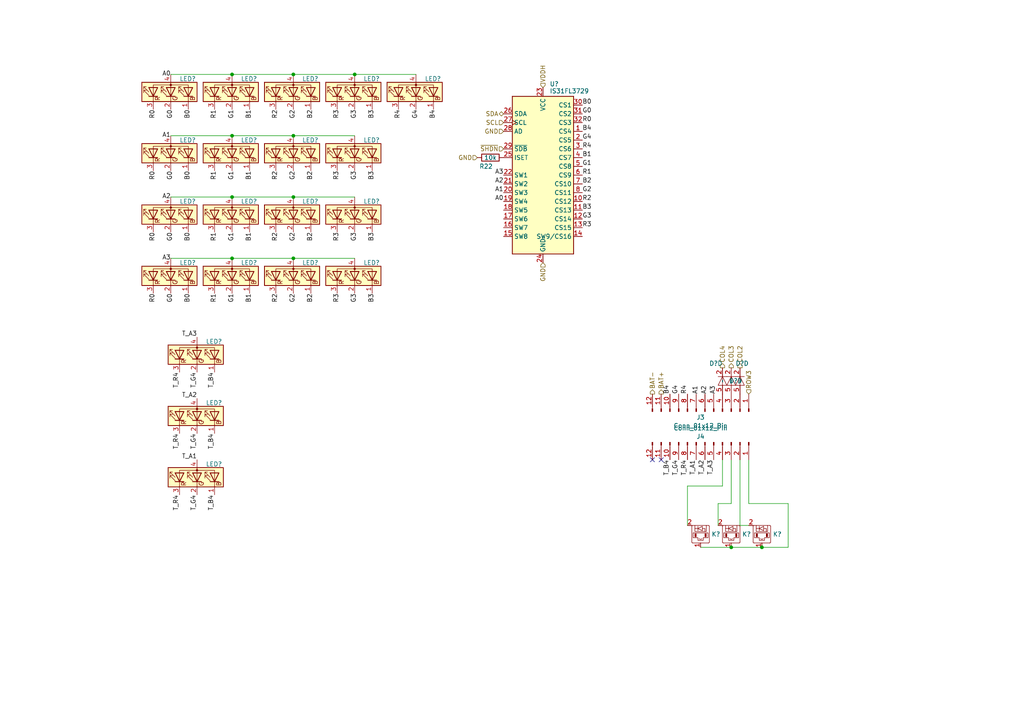
<source format=kicad_sch>
(kicad_sch (version 20230121) (generator eeschema)
  (paper "A4")
  (lib_symbols
    (symbol "Connector:Conn_01x12_Pin" (pin_names (offset 1.016) hide)
      (property "Reference" "J" (at 0 15.24 0))
      (property "Value" "Conn_01x12_Pin" (at 0 -17.78 0))
      (symbol "Conn_01x12_Pin_1_1"
        (polyline (pts (xy 1.27 -15.24) (xy 0.8636 -15.24)) (stroke (width 0.1524)))
        (polyline (pts (xy 1.27 -12.7) (xy 0.8636 -12.7)) (stroke (width 0.1524)))
        (polyline (pts (xy 1.27 -10.16) (xy 0.8636 -10.16)) (stroke (width 0.1524)))
        (polyline (pts (xy 1.27 -7.62) (xy 0.8636 -7.62)) (stroke (width 0.1524)))
        (polyline (pts (xy 1.27 -5.08) (xy 0.8636 -5.08)) (stroke (width 0.1524)))
        (polyline (pts (xy 1.27 -2.54) (xy 0.8636 -2.54)) (stroke (width 0.1524)))
        (polyline (pts (xy 1.27 0) (xy 0.8636 0)) (stroke (width 0.1524)))
        (polyline (pts (xy 1.27 2.54) (xy 0.8636 2.54)) (stroke (width 0.1524)))
        (polyline (pts (xy 1.27 5.08) (xy 0.8636 5.08)) (stroke (width 0.1524)))
        (polyline (pts (xy 1.27 7.62) (xy 0.8636 7.62)) (stroke (width 0.1524)))
        (polyline (pts (xy 1.27 10.16) (xy 0.8636 10.16)) (stroke (width 0.1524)))
        (polyline (pts (xy 1.27 12.7) (xy 0.8636 12.7)) (stroke (width 0.1524)))
        (rectangle (start 0.8636 -15.113) (end 0 -15.367) (stroke (width 0.1524)) (fill (type outline)))
        (rectangle (start 0.8636 -12.573) (end 0 -12.827) (stroke (width 0.1524)) (fill (type outline)))
        (rectangle (start 0.8636 -10.033) (end 0 -10.287) (stroke (width 0.1524)) (fill (type outline)))
        (rectangle (start 0.8636 -7.493) (end 0 -7.747) (stroke (width 0.1524)) (fill (type outline)))
        (rectangle (start 0.8636 -4.953) (end 0 -5.207) (stroke (width 0.1524)) (fill (type outline)))
        (rectangle (start 0.8636 -2.413) (end 0 -2.667) (stroke (width 0.1524)) (fill (type outline)))
        (rectangle (start 0.8636 0.127) (end 0 -0.127) (stroke (width 0.1524)) (fill (type outline)))
        (rectangle (start 0.8636 2.667) (end 0 2.413) (stroke (width 0.1524)) (fill (type outline)))
        (rectangle (start 0.8636 5.207) (end 0 4.953) (stroke (width 0.1524)) (fill (type outline)))
        (rectangle (start 0.8636 7.747) (end 0 7.493) (stroke (width 0.1524)) (fill (type outline)))
        (rectangle (start 0.8636 10.287) (end 0 10.033) (stroke (width 0.1524)) (fill (type outline)))
        (rectangle (start 0.8636 12.827) (end 0 12.573) (stroke (width 0.1524)) (fill (type outline)))
        (pin passive line (at 5.08 12.7 180) (length 3.81) (name "Pin_1") (number "1"))
        (pin passive line (at 5.08 -10.16 180) (length 3.81) (name "Pin_10") (number "10"))
        (pin passive line (at 5.08 -12.7 180) (length 3.81) (name "Pin_11") (number "11"))
        (pin passive line (at 5.08 -15.24 180) (length 3.81) (name "Pin_12") (number "12"))
        (pin passive line (at 5.08 10.16 180) (length 3.81) (name "Pin_2") (number "2"))
        (pin passive line (at 5.08 7.62 180) (length 3.81) (name "Pin_3") (number "3"))
        (pin passive line (at 5.08 5.08 180) (length 3.81) (name "Pin_4") (number "4"))
        (pin passive line (at 5.08 2.54 180) (length 3.81) (name "Pin_5") (number "5"))
        (pin passive line (at 5.08 0 180) (length 3.81) (name "Pin_6") (number "6"))
        (pin passive line (at 5.08 -2.54 180) (length 3.81) (name "Pin_7") (number "7"))
        (pin passive line (at 5.08 -5.08 180) (length 3.81) (name "Pin_8") (number "8"))
        (pin passive line (at 5.08 -7.62 180) (length 3.81) (name "Pin_9") (number "9"))
      )
    )
    (symbol "Device:LED_BGRA" (pin_names (offset 0) hide)
      (property "Reference" "D" (at 0 9.398 0))
      (property "Value" "LED_BGRA" (at 0 -8.89 0))
      (symbol "LED_BGRA_0_0"
        (text "B" (at -1.905 -6.35 0) (effects (font (size 1.27 1.27))))
        (text "G" (at -1.905 -1.27 0) (effects (font (size 1.27 1.27))))
        (text "R" (at -1.905 3.81 0) (effects (font (size 1.27 1.27))))
      )
      (symbol "LED_BGRA_0_1"
        (polyline (pts (xy -1.27 -5.08) (xy -2.54 -5.08)))
        (polyline (pts (xy -1.27 -5.08) (xy 1.27 -5.08)))
        (polyline (pts (xy -1.27 -3.81) (xy -1.27 -6.35)) (stroke (width 0.254)))
        (polyline (pts (xy -1.27 0) (xy -2.54 0)))
        (polyline (pts (xy -1.27 1.27) (xy -1.27 -1.27)) (stroke (width 0.254)))
        (polyline (pts (xy -1.27 5.08) (xy -2.54 5.08)))
        (polyline (pts (xy -1.27 5.08) (xy 1.27 5.08)))
        (polyline (pts (xy -1.27 6.35) (xy -1.27 3.81)) (stroke (width 0.254)))
        (polyline (pts (xy 1.27 0) (xy -1.27 0)))
        (polyline (pts (xy 1.27 0) (xy 2.54 0)))
        (polyline (pts (xy -1.27 1.27) (xy -1.27 -1.27) (xy -1.27 -1.27)))
        (polyline (pts (xy -1.27 6.35) (xy -1.27 3.81) (xy -1.27 3.81)))
        (polyline (pts (xy 1.27 -5.08) (xy 2.032 -5.08) (xy 2.032 5.08) (xy 1.27 5.08)))
        (polyline (pts (xy 1.27 -3.81) (xy 1.27 -6.35) (xy -1.27 -5.08) (xy 1.27 -3.81)) (stroke (width 0.254)))
        (polyline (pts (xy 1.27 1.27) (xy 1.27 -1.27) (xy -1.27 0) (xy 1.27 1.27)) (stroke (width 0.254)))
        (polyline (pts (xy 1.27 6.35) (xy 1.27 3.81) (xy -1.27 5.08) (xy 1.27 6.35)) (stroke (width 0.254)))
        (polyline (pts (xy -1.016 -3.81) (xy 0.508 -2.286) (xy -0.254 -2.286) (xy 0.508 -2.286) (xy 0.508 -3.048)))
        (polyline (pts (xy -1.016 1.27) (xy 0.508 2.794) (xy -0.254 2.794) (xy 0.508 2.794) (xy 0.508 2.032)))
        (polyline (pts (xy -1.016 6.35) (xy 0.508 7.874) (xy -0.254 7.874) (xy 0.508 7.874) (xy 0.508 7.112)))
        (polyline (pts (xy 0 -3.81) (xy 1.524 -2.286) (xy 0.762 -2.286) (xy 1.524 -2.286) (xy 1.524 -3.048)))
        (polyline (pts (xy 0 1.27) (xy 1.524 2.794) (xy 0.762 2.794) (xy 1.524 2.794) (xy 1.524 2.032)))
        (polyline (pts (xy 0 6.35) (xy 1.524 7.874) (xy 0.762 7.874) (xy 1.524 7.874) (xy 1.524 7.112)))
        (rectangle (start 1.27 -1.27) (end 1.27 1.27))
        (rectangle (start 1.27 1.27) (end 1.27 1.27))
        (rectangle (start 1.27 3.81) (end 1.27 6.35))
        (rectangle (start 1.27 6.35) (end 1.27 6.35))
        (circle (center 2.032 0) (radius 0.254) (fill (type outline)))
        (rectangle (start 2.794 8.382) (end -2.794 -7.62) (stroke (width 0.254)) (fill (type background)))
      )
      (symbol "LED_BGRA_1_1"
        (pin passive line (at -5.08 -5.08 0) (length 2.54) (name "BK") (number "1"))
        (pin passive line (at -5.08 0 0) (length 2.54) (name "GK") (number "2"))
        (pin passive line (at -5.08 5.08 0) (length 2.54) (name "RK") (number "3"))
        (pin passive line (at 5.08 0 180) (length 2.54) (name "A") (number "4"))
      )
    )
    (symbol "Device:R" (pin_numbers hide) (pin_names (offset 0))
      (property "Reference" "R" (at 2.032 0 90))
      (property "Value" "R" (at 0 0 90))
      (symbol "R_0_1"
        (rectangle (start -1.016 -2.54) (end 1.016 2.54) (stroke (width 0.254)))
      )
      (symbol "R_1_1"
        (pin passive line (at 0 3.81 270) (length 1.27) (name "~") (number "1"))
        (pin passive line (at 0 -3.81 90) (length 1.27) (name "~") (number "2"))
      )
    )
    (symbol "ic:IS31FL3729"
      (property "Reference" "U" (at -43.18 -45.72 0))
      (property "Value" "IS31FL3729" (at -43.18 -45.72 0))
      (symbol "IS31FL3729_0_1"
        (rectangle (start -8.89 21.59) (end 8.89 -24.13) (stroke (width 0.254)) (fill (type background)))
      )
      (symbol "IS31FL3729_1_1"
        (pin output line (at 11.43 11.43 180) (length 2.54) (name "CS4") (number "1"))
        (pin output line (at 11.43 -8.89 180) (length 2.54) (name "CS12") (number "10"))
        (pin output line (at 11.43 -11.43 180) (length 2.54) (name "CS13") (number "11"))
        (pin output line (at 11.43 -13.97 180) (length 2.54) (name "CS14") (number "12"))
        (pin output line (at 11.43 -16.51 180) (length 2.54) (name "CS15") (number "13"))
        (pin bidirectional line (at 11.43 -19.05 180) (length 2.54) (name "SW9/CS16") (number "14"))
        (pin input line (at -11.43 -19.05 0) (length 2.54) (name "SW8") (number "15"))
        (pin input line (at -11.43 -16.51 0) (length 2.54) (name "SW7") (number "16"))
        (pin input line (at -11.43 -13.97 0) (length 2.54) (name "SW6") (number "17"))
        (pin input line (at -11.43 -11.43 0) (length 2.54) (name "SW5") (number "18"))
        (pin input line (at -11.43 -8.89 0) (length 2.54) (name "SW4") (number "19"))
        (pin output line (at 11.43 8.89 180) (length 2.54) (name "CS5") (number "2"))
        (pin input line (at -11.43 -6.35 0) (length 2.54) (name "SW3") (number "20"))
        (pin input line (at -11.43 -3.81 0) (length 2.54) (name "SW2") (number "21"))
        (pin input line (at -11.43 -1.27 0) (length 2.54) (name "SW1") (number "22"))
        (pin power_in line (at 0 24.13 270) (length 2.54) (name "VCC") (number "23"))
        (pin passive line (at 0 -26.67 90) (length 2.54) (name "GND") (number "24"))
        (pin passive line (at -11.43 3.81 0) (length 2.54) (name "ISET") (number "25"))
        (pin bidirectional line (at -11.43 16.51 0) (length 2.54) (name "SDA") (number "26"))
        (pin input clock (at -11.43 13.97 0) (length 2.54) (name "SCL") (number "27"))
        (pin input line (at -11.43 11.43 0) (length 2.54) (name "AD") (number "28"))
        (pin input line (at -11.43 6.35 0) (length 2.54) (name "~{SDB}") (number "29"))
        (pin output line (at 11.43 6.35 180) (length 2.54) (name "CS6") (number "3"))
        (pin output line (at 11.43 19.05 180) (length 2.54) (name "CS1") (number "30"))
        (pin output line (at 11.43 16.51 180) (length 2.54) (name "CS2") (number "31"))
        (pin output line (at 11.43 13.97 180) (length 2.54) (name "CS3") (number "32"))
        (pin passive line (at 0 -26.67 90) (length 2.54) hide (name "GND") (number "33"))
        (pin output line (at 11.43 3.81 180) (length 2.54) (name "CS7") (number "4"))
        (pin output line (at 11.43 1.27 180) (length 2.54) (name "CS8") (number "5"))
        (pin output line (at 11.43 -1.27 180) (length 2.54) (name "CS9") (number "6"))
        (pin output line (at 11.43 -3.81 180) (length 2.54) (name "CS10") (number "7"))
        (pin output line (at 11.43 -6.35 180) (length 2.54) (name "CS11") (number "8"))
        (pin passive line (at 0 -26.67 90) (length 2.54) hide (name "GND") (number "9"))
      )
    )
    (symbol "misc:1SS309" (pin_names hide)
      (property "Reference" "D" (at 0 -2.54 0))
      (symbol "1SS309_0_1"
        (polyline (pts (xy -1.27 1.27) (xy -1.27 -1.27)))
        (polyline (pts (xy 1.27 0) (xy -1.27 0)))
        (polyline (pts (xy -1.27 0) (xy 1.27 1.27) (xy 1.27 -1.27) (xy -1.27 0)))
      )
      (symbol "1SS309_1_1"
        (pin passive line (at 3.81 0 180) (length 2.54) (name "A") (number "1"))
        (pin passive line (at -3.81 0 0) (length 2.54) (name "K") (number "2"))
      )
      (symbol "1SS309_2_1"
        (pin passive line (at -3.81 0 0) (length 2.54) (name "K") (number "2"))
        (pin passive line (at 3.81 0 180) (length 2.54) (name "A") (number "3"))
      )
      (symbol "1SS309_3_1"
        (pin passive line (at -3.81 0 0) (length 2.54) (name "K") (number "2"))
        (pin passive line (at 3.81 0 180) (length 2.54) (name "A") (number "4"))
      )
      (symbol "1SS309_4_1"
        (pin passive line (at -3.81 0 0) (length 2.54) (name "K") (number "2"))
        (pin passive line (at 3.81 0 180) (length 2.54) (name "A") (number "5"))
      )
    )
    (symbol "switch:diode-choc" (pin_names (offset 1.016))
      (property "Reference" "K" (at 0 3.81 0))
      (symbol "diode-choc_0_1"
        (arc (start -2.54 -2.286) (mid -2.4656 -2.4656) (end -2.286 -2.54))
        (arc (start -2.286 2.54) (mid -2.4656 2.4656) (end -2.54 2.286))
        (rectangle (start -1.651 0.127) (end -1.27 -0.762) (fill (type outline)))
        (arc (start -0.381 -1.27) (mid 0 -1.4739) (end 0.381 -1.27))
        (polyline (pts (xy -2.54 2.286) (xy -2.54 -2.286)))
        (polyline (pts (xy -2.286 -2.54) (xy 2.286 -2.54)))
        (polyline (pts (xy -2.286 2.54) (xy 2.286 2.54)))
        (polyline (pts (xy -1.651 1.651) (xy -0.762 1.651)))
        (polyline (pts (xy -0.762 2.286) (xy -0.762 1.016)))
        (polyline (pts (xy 2.54 -2.286) (xy 2.54 2.286)))
        (polyline (pts (xy 0.508 1.651) (xy 1.27 1.651) (xy 1.27 0.762)))
        (polyline (pts (xy -1.651 2.54) (xy -1.651 0.762) (xy 1.651 0.762) (xy 1.651 2.54)))
        (polyline (pts (xy -0.762 1.651) (xy 0.508 2.286) (xy 0.508 1.016) (xy -0.762 1.651)))
        (polyline (pts (xy -2.159 0.381) (xy -2.159 -1.016) (xy -0.762 -1.016) (xy -0.762 -1.778) (xy 0.762 -1.778) (xy 0.762 -1.016) (xy 2.159 -1.016) (xy 2.159 0.381) (xy -2.159 0.381)))
        (arc (start 2.286 -2.54) (mid 2.4656 -2.4656) (end 2.54 -2.286))
        (arc (start 2.54 2.286) (mid 2.4656 2.4656) (end 2.286 2.54))
      )
      (symbol "diode-choc_1_1"
        (rectangle (start 1.27 0.127) (end 1.651 -0.762) (fill (type outline)))
        (pin input line (at 0 -3.81 90) (length 1.27) (name "~") (number "1"))
        (pin output line (at -3.81 2.54 0) (length 1.27) (name "~") (number "2"))
      )
    )
  )
  (junction (at 85.09 39.37))
  (junction (at 85.09 57.15))
  (junction (at 67.31 21.59))
  (junction (at 85.09 21.59))
  (junction (at 220.98 158.75))
  (junction (at 85.09 74.93))
  (junction (at 67.31 74.93))
  (junction (at 102.87 21.59))
  (junction (at 212.09 158.75))
  (junction (at 67.31 39.37))
  (junction (at 67.31 57.15))
  (no_connect (at 189.23 133.35))
  (no_connect (at 191.77 133.35))
  (wire (pts (xy 212.09 146.05) (xy 208.28 146.05)))
  (wire (pts (xy 212.09 158.75) (xy 203.2 158.75)))
  (wire (pts (xy 67.31 39.37) (xy 85.09 39.37)))
  (wire (pts (xy 199.39 140.97) (xy 209.55 140.97)))
  (wire (pts (xy 85.09 74.93) (xy 102.87 74.93)))
  (wire (pts (xy 214.63 133.35) (xy 214.63 152.4)))
  (wire (pts (xy 67.31 21.59) (xy 85.09 21.59)))
  (wire (pts (xy 217.17 133.35) (xy 217.17 146.05)))
  (wire (pts (xy 49.53 57.15) (xy 67.31 57.15)))
  (wire (pts (xy 49.53 74.93) (xy 67.31 74.93)))
  (wire (pts (xy 67.31 57.15) (xy 85.09 57.15)))
  (wire (pts (xy 67.31 74.93) (xy 85.09 74.93)))
  (wire (pts (xy 209.55 140.97) (xy 209.55 133.35)))
  (wire (pts (xy 217.17 146.05) (xy 228.6 146.05)))
  (wire (pts (xy 85.09 39.37) (xy 102.87 39.37)))
  (wire (pts (xy 208.28 146.05) (xy 208.28 152.4)))
  (wire (pts (xy 85.09 21.59) (xy 102.87 21.59)))
  (wire (pts (xy 214.63 152.4) (xy 217.17 152.4)))
  (wire (pts (xy 85.09 57.15) (xy 102.87 57.15)))
  (wire (pts (xy 228.6 158.75) (xy 220.98 158.75)))
  (wire (pts (xy 49.53 21.59) (xy 67.31 21.59)))
  (wire (pts (xy 199.39 152.4) (xy 199.39 140.97)))
  (wire (pts (xy 212.09 133.35) (xy 212.09 146.05)))
  (wire (pts (xy 49.53 39.37) (xy 67.31 39.37)))
  (wire (pts (xy 228.6 146.05) (xy 228.6 158.75)))
  (wire (pts (xy 220.98 158.75) (xy 212.09 158.75)))
  (wire (pts (xy 102.87 21.59) (xy 120.65 21.59)))
  (label "R0" (at 44.45 49.53 270) (property "Intersheetrefs" "${INTERSHEET_REFS}" (effects hide)))
  (label "T_B4" (at 62.23 143.51 270))
  (label "T_R4" (at 199.39 133.35 270))
  (label "R1" (at 62.23 67.31 270) (property "Intersheetrefs" "${INTERSHEET_REFS}" (effects hide)))
  (label "A1" (at 201.93 114.3 90) (property "Intersheetrefs" "${INTERSHEET_REFS}" (effects hide)))
  (label "B4" (at 168.91 38.1 0) (property "Intersheetrefs" "${INTERSHEET_REFS}" (effects hide)))
  (label "G0" (at 49.53 49.53 270) (property "Intersheetrefs" "${INTERSHEET_REFS}" (effects hide)))
  (label "G3" (at 102.87 49.53 270) (property "Intersheetrefs" "${INTERSHEET_REFS}" (effects hide)))
  (label "G1" (at 168.91 48.26 0) (property "Intersheetrefs" "${INTERSHEET_REFS}" (effects hide)))
  (label "T_B4" (at 62.23 107.95 270))
  (label "T_R4" (at 52.07 107.95 270))
  (label "A2" (at 146.05 53.34 180) (property "Intersheetrefs" "${INTERSHEET_REFS}" (effects hide)))
  (label "G4" (at 196.85 114.3 90) (property "Intersheetrefs" "${INTERSHEET_REFS}" (effects hide)))
  (label "R2" (at 168.91 58.42 0) (property "Intersheetrefs" "${INTERSHEET_REFS}" (effects hide)))
  (label "T_A3" (at 57.15 97.79 180))
  (label "T_B4" (at 62.23 125.73 270))
  (label "B2" (at 90.17 31.75 270) (property "Intersheetrefs" "${INTERSHEET_REFS}" (effects hide)))
  (label "B1" (at 72.39 85.09 270) (property "Intersheetrefs" "${INTERSHEET_REFS}" (effects hide)))
  (label "G2" (at 85.09 67.31 270) (property "Intersheetrefs" "${INTERSHEET_REFS}" (effects hide)))
  (label "R0" (at 44.45 85.09 270) (property "Intersheetrefs" "${INTERSHEET_REFS}" (effects hide)))
  (label "G1" (at 67.31 67.31 270) (property "Intersheetrefs" "${INTERSHEET_REFS}" (effects hide)))
  (label "G2" (at 85.09 31.75 270) (property "Intersheetrefs" "${INTERSHEET_REFS}" (effects hide)))
  (label "A3" (at 146.05 50.8 180) (property "Intersheetrefs" "${INTERSHEET_REFS}" (effects hide)))
  (label "R1" (at 62.23 49.53 270) (property "Intersheetrefs" "${INTERSHEET_REFS}" (effects hide)))
  (label "G3" (at 168.91 63.5 0) (property "Intersheetrefs" "${INTERSHEET_REFS}" (effects hide)))
  (label "R1" (at 62.23 85.09 270) (property "Intersheetrefs" "${INTERSHEET_REFS}" (effects hide)))
  (label "B0" (at 54.61 49.53 270) (property "Intersheetrefs" "${INTERSHEET_REFS}" (effects hide)))
  (label "B0" (at 54.61 31.75 270) (property "Intersheetrefs" "${INTERSHEET_REFS}" (effects hide)))
  (label "R0" (at 44.45 67.31 270) (property "Intersheetrefs" "${INTERSHEET_REFS}" (effects hide)))
  (label "G2" (at 85.09 85.09 270) (property "Intersheetrefs" "${INTERSHEET_REFS}" (effects hide)))
  (label "R3" (at 97.79 31.75 270) (property "Intersheetrefs" "${INTERSHEET_REFS}" (effects hide)))
  (label "G4" (at 168.91 40.64 0) (property "Intersheetrefs" "${INTERSHEET_REFS}" (effects hide)))
  (label "G1" (at 67.31 31.75 270) (property "Intersheetrefs" "${INTERSHEET_REFS}" (effects hide)))
  (label "G0" (at 168.91 33.02 0) (property "Intersheetrefs" "${INTERSHEET_REFS}" (effects hide)))
  (label "G1" (at 67.31 85.09 270) (property "Intersheetrefs" "${INTERSHEET_REFS}" (effects hide)))
  (label "R2" (at 80.01 85.09 270) (property "Intersheetrefs" "${INTERSHEET_REFS}" (effects hide)))
  (label "T_R4" (at 52.07 125.73 270))
  (label "G3" (at 102.87 31.75 270) (property "Intersheetrefs" "${INTERSHEET_REFS}" (effects hide)))
  (label "B2" (at 168.91 53.34 0) (property "Intersheetrefs" "${INTERSHEET_REFS}" (effects hide)))
  (label "T_G4" (at 57.15 143.51 270))
  (label "A0" (at 49.53 21.59 180) (property "Intersheetrefs" "${INTERSHEET_REFS}" (effects hide)))
  (label "B3" (at 107.95 85.09 270) (property "Intersheetrefs" "${INTERSHEET_REFS}" (effects hide)))
  (label "R0" (at 168.91 35.56 0) (property "Intersheetrefs" "${INTERSHEET_REFS}" (effects hide)))
  (label "B1" (at 72.39 67.31 270) (property "Intersheetrefs" "${INTERSHEET_REFS}" (effects hide)))
  (label "G4" (at 120.65 31.75 270) (property "Intersheetrefs" "${INTERSHEET_REFS}" (effects hide)))
  (label "G2" (at 85.09 49.53 270) (property "Intersheetrefs" "${INTERSHEET_REFS}" (effects hide)))
  (label "A1" (at 49.53 39.37 180) (property "Intersheetrefs" "${INTERSHEET_REFS}" (effects hide)))
  (label "B3" (at 107.95 49.53 270) (property "Intersheetrefs" "${INTERSHEET_REFS}" (effects hide)))
  (label "T_B4" (at 194.31 133.35 270))
  (label "R1" (at 62.23 31.75 270) (property "Intersheetrefs" "${INTERSHEET_REFS}" (effects hide)))
  (label "G3" (at 102.87 85.09 270) (property "Intersheetrefs" "${INTERSHEET_REFS}" (effects hide)))
  (label "B2" (at 90.17 85.09 270) (property "Intersheetrefs" "${INTERSHEET_REFS}" (effects hide)))
  (label "T_G4" (at 196.85 133.35 270))
  (label "R2" (at 80.01 49.53 270) (property "Intersheetrefs" "${INTERSHEET_REFS}" (effects hide)))
  (label "T_A3" (at 207.01 133.35 270))
  (label "A0" (at 146.05 58.42 180) (property "Intersheetrefs" "${INTERSHEET_REFS}" (effects hide)))
  (label "T_A1" (at 201.93 133.35 270))
  (label "R4" (at 115.57 31.75 270) (property "Intersheetrefs" "${INTERSHEET_REFS}" (effects hide)))
  (label "B3" (at 107.95 31.75 270) (property "Intersheetrefs" "${INTERSHEET_REFS}" (effects hide)))
  (label "R2" (at 80.01 31.75 270) (property "Intersheetrefs" "${INTERSHEET_REFS}" (effects hide)))
  (label "T_G4" (at 57.15 125.73 270))
  (label "R4" (at 168.91 43.18 0) (property "Intersheetrefs" "${INTERSHEET_REFS}" (effects hide)))
  (label "R3" (at 97.79 67.31 270) (property "Intersheetrefs" "${INTERSHEET_REFS}" (effects hide)))
  (label "B3" (at 168.91 60.96 0) (property "Intersheetrefs" "${INTERSHEET_REFS}" (effects hide)))
  (label "A2" (at 49.53 57.15 180) (property "Intersheetrefs" "${INTERSHEET_REFS}" (effects hide)))
  (label "B0" (at 54.61 67.31 270) (property "Intersheetrefs" "${INTERSHEET_REFS}" (effects hide)))
  (label "B0" (at 54.61 85.09 270) (property "Intersheetrefs" "${INTERSHEET_REFS}" (effects hide)))
  (label "R3" (at 168.91 66.04 0) (property "Intersheetrefs" "${INTERSHEET_REFS}" (effects hide)))
  (label "B3" (at 107.95 67.31 270))
  (label "G1" (at 67.31 49.53 270) (property "Intersheetrefs" "${INTERSHEET_REFS}" (effects hide)))
  (label "T_A1" (at 57.15 133.35 180))
  (label "R2" (at 80.01 67.31 270) (property "Intersheetrefs" "${INTERSHEET_REFS}" (effects hide)))
  (label "B1" (at 72.39 49.53 270) (property "Intersheetrefs" "${INTERSHEET_REFS}" (effects hide)))
  (label "G0" (at 49.53 85.09 270) (property "Intersheetrefs" "${INTERSHEET_REFS}" (effects hide)))
  (label "T_A2" (at 204.47 133.35 270))
  (label "T_R4" (at 52.07 143.51 270))
  (label "A2" (at 204.47 114.3 90) (property "Intersheetrefs" "${INTERSHEET_REFS}" (effects hide)))
  (label "B2" (at 90.17 49.53 270) (property "Intersheetrefs" "${INTERSHEET_REFS}" (effects hide)))
  (label "G2" (at 168.91 55.88 0) (property "Intersheetrefs" "${INTERSHEET_REFS}" (effects hide)))
  (label "R0" (at 44.45 31.75 270) (property "Intersheetrefs" "${INTERSHEET_REFS}" (effects hide)))
  (label "A3" (at 49.53 74.93 180) (property "Intersheetrefs" "${INTERSHEET_REFS}" (effects hide)))
  (label "B4" (at 194.31 114.3 90) (property "Intersheetrefs" "${INTERSHEET_REFS}" (effects hide)))
  (label "T_G4" (at 57.15 107.95 270))
  (label "B1" (at 168.91 45.72 0) (property "Intersheetrefs" "${INTERSHEET_REFS}" (effects hide)))
  (label "T_A2" (at 57.15 115.57 180))
  (label "G0" (at 49.53 67.31 270) (property "Intersheetrefs" "${INTERSHEET_REFS}" (effects hide)))
  (label "G3" (at 102.87 67.31 270) (property "Intersheetrefs" "${INTERSHEET_REFS}" (effects hide)))
  (label "A3" (at 207.01 114.3 90) (property "Intersheetrefs" "${INTERSHEET_REFS}" (effects hide)))
  (label "R4" (at 199.39 114.3 90) (property "Intersheetrefs" "${INTERSHEET_REFS}" (effects hide)))
  (label "G0" (at 49.53 31.75 270) (property "Intersheetrefs" "${INTERSHEET_REFS}" (effects hide)))
  (label "B0" (at 168.91 30.48 0) (property "Intersheetrefs" "${INTERSHEET_REFS}" (effects hide)))
  (label "B1" (at 72.39 31.75 270) (property "Intersheetrefs" "${INTERSHEET_REFS}" (effects hide)))
  (label "A1" (at 146.05 55.88 180) (property "Intersheetrefs" "${INTERSHEET_REFS}" (effects hide)))
  (label "B2" (at 90.17 67.31 270) (property "Intersheetrefs" "${INTERSHEET_REFS}" (effects hide)))
  (label "R3" (at 97.79 49.53 270) (property "Intersheetrefs" "${INTERSHEET_REFS}" (effects hide)))
  (label "B4" (at 125.73 31.75 270) (property "Intersheetrefs" "${INTERSHEET_REFS}" (effects hide)))
  (label "R3" (at 97.79 85.09 270) (property "Intersheetrefs" "${INTERSHEET_REFS}" (effects hide)))
  (label "R1" (at 168.91 50.8 0) (property "Intersheetrefs" "${INTERSHEET_REFS}" (effects hide)))
  (hierarchical_label "ROW3" (shape input) (at 217.17 114.3 90) (property "Intersheetrefs" "${INTERSHEET_REFS}" (effects hide)))
  (hierarchical_label "BAT-" (shape output) (at 189.23 114.3 90) (property "Intersheetrefs" "${INTERSHEET_REFS}" (effects hide)))
  (hierarchical_label "~{SHDN}" (shape input) (at 146.05 43.18 180))
  (hierarchical_label "SCL" (shape input) (at 146.05 35.56 180) (property "Intersheetrefs" "${INTERSHEET_REFS}" (effects hide)))
  (hierarchical_label "GND" (shape input) (at 157.48 76.2 270) (property "Intersheetrefs" "${INTERSHEET_REFS}" (effects hide)))
  (hierarchical_label "VDDH" (shape input) (at 157.48 25.4 90) (property "Intersheetrefs" "${INTERSHEET_REFS}" (effects hide)))
  (hierarchical_label "SDA" (shape bidirectional) (at 146.05 33.02 180) (property "Intersheetrefs" "${INTERSHEET_REFS}" (effects hide)))
  (hierarchical_label "COL4" (shape output) (at 209.55 106.68 90) (property "Intersheetrefs" "${INTERSHEET_REFS}" (effects hide)))
  (hierarchical_label "COL2" (shape output) (at 214.63 106.68 90) (property "Intersheetrefs" "${INTERSHEET_REFS}" (effects hide)))
  (hierarchical_label "GND" (shape input) (at 138.43 45.72 180) (property "Intersheetrefs" "${INTERSHEET_REFS}" (effects hide)))
  (hierarchical_label "GND" (shape input) (at 146.05 38.1 180) (property "Intersheetrefs" "${INTERSHEET_REFS}" (effects hide)))
  (hierarchical_label "COL3" (shape output) (at 212.09 106.68 90) (property "Intersheetrefs" "${INTERSHEET_REFS}" (effects hide)))
  (hierarchical_label "BAT+" (shape output) (at 191.77 114.3 90) (property "Intersheetrefs" "${INTERSHEET_REFS}" (effects hide)))
  (symbol (lib_id "Device:LED_BGRA") (at 67.31 80.01 90) (unit 1)
    (property "Reference" "LED?" (at 69.85 76.2 90) (effects (justify right)))
    (property "Value" "LED_BGRA" (effects hide))
    (property "Footprint" "LED_SMD:LED_ASMB-KTF0-0A306" (effects hide))
    (instances (project "fissure" (path "" (reference "LED?") (unit 1)) (path "" (reference "LED15") (unit 1)) (path "" (reference "LED26") (unit 1))))
  )
  (symbol (lib_id "switch:diode-choc") (at 203.2 154.94 0) (unit 1)
    (property "Reference" "K?" (at 206.375 154.94 0) (effects (justify left)))
    (property "Value" "diode-choc" (effects hide))
    (property "Footprint" "pg1350:pg1350-S" (effects hide))
    (instances (project "fissure" (path "" (reference "K?") (unit 1)) (path "" (reference "K18") (unit 1)) (path "" (reference "K38") (unit 1))))
  )
  (symbol (lib_id "Device:LED_BGRA") (at 67.31 62.23 90) (unit 1)
    (property "Reference" "LED?" (at 69.85 58.42 90) (effects (justify right)))
    (property "Value" "LED_BGRA" (effects hide))
    (property "Footprint" "LED_SMD:LED_ASMB-KTF0-0A306" (effects hide))
    (instances (project "fissure" (path "" (reference "LED?") (unit 1)) (path "" (reference "LED14") (unit 1)) (path "" (reference "LED27") (unit 1))))
  )
  (symbol (lib_id "ic:IS31FL3729") (at 157.48 49.53 0) (unit 1)
    (property "Reference" "U?" (at 159.4359 24.36 0) (effects (justify left)))
    (property "Value" "IS31FL3729" (at 159.4359 26.408 0) (effects (justify left)))
    (property "Footprint" "Package_DFN_QFN:QFN-32-1EP_4x4mm_P0.4mm_EP2.9x2.9mm_ThermalVias" (effects hide))
    (property "Datasheet" "https://www.lumissil.com/assets/pdf/core/IS31FL3729_DS.pdf" (effects hide))
    (instances (project "fissure" (path "" (reference "U?") (unit 1)) (path "" (reference "U6") (unit 1)) (path "" (reference "U13") (unit 1))))
  )
  (symbol (lib_id "Device:LED_BGRA") (at 102.87 44.45 90) (unit 1)
    (property "Reference" "LED?" (at 105.41 40.64 90) (effects (justify right)))
    (property "Value" "LED_BGRA" (effects hide))
    (property "Footprint" "LED_SMD:LED_ASMB-KTF0-0A306" (effects hide))
    (instances (project "fissure" (path "" (reference "LED?") (unit 1)) (path "" (reference "LED3") (unit 1)) (path "" (reference "LED36") (unit 1))))
  )
  (symbol (lib_id "Device:LED_BGRA") (at 85.09 26.67 90) (unit 1)
    (property "Reference" "LED?" (at 87.63 22.86 90) (effects (justify right)))
    (property "Value" "LED_BGRA" (effects hide))
    (property "Footprint" "LED_SMD:LED_ASMB-KTF0-0A306" (effects hide))
    (instances (project "fissure" (path "" (reference "LED?") (unit 1)) (path "" (reference "LED7") (unit 1)) (path "" (reference "LED25") (unit 1))))
  )
  (symbol (lib_id "Device:LED_BGRA") (at 57.15 102.87 90) (unit 1)
    (property "Reference" "LED?" (at 59.69 99.06 90) (effects (justify right)))
    (property "Value" "LED_BGRA" (effects hide))
    (property "Footprint" "LED_SMD:LED_ASMB-KTF0-0A306" (effects hide))
    (instances (project "fissure" (path "" (reference "LED?") (unit 1)) (path "" (reference "LED18") (unit 1)) (path "" (reference "LED38") (unit 1))))
  )
  (symbol (lib_id "Device:LED_BGRA") (at 85.09 80.01 90) (unit 1)
    (property "Reference" "LED?" (at 87.63 76.2 90) (effects (justify right)))
    (property "Value" "LED_BGRA" (effects hide))
    (property "Footprint" "LED_SMD:LED_ASMB-KTF0-0A306" (effects hide))
    (instances (project "fissure" (path "" (reference "LED?") (unit 1)) (path "" (reference "LED10") (unit 1)) (path "" (reference "LED31") (unit 1))))
  )
  (symbol (lib_id "misc:1SS309") (at 212.09 110.49 90) (mirror x) (unit 4)
    (property "Reference" "D?" (at 209.55 105.41 90) (effects (justify left)))
    (property "Value" "~" (at 212.09 110.49 0))
    (property "Footprint" "Package_TO_SOT_SMD:SOT-23-5" (effects hide))
    (instances (project "fissure" (path "" (reference "D?") (unit 4)) (path "" (reference "D6") (unit 4)) (path "" (reference "D9") (unit 4))))
  )
  (symbol (lib_id "Device:LED_BGRA") (at 102.87 80.01 90) (unit 1)
    (property "Reference" "LED?" (at 105.41 76.2 90) (effects (justify right)))
    (property "Value" "LED_BGRA" (effects hide))
    (property "Footprint" "LED_SMD:LED_ASMB-KTF0-0A306" (effects hide))
    (instances (project "fissure" (path "" (reference "LED?") (unit 1)) (path "" (reference "LED5") (unit 1)) (path "" (reference "LED35") (unit 1))))
  )
  (symbol (lib_id "misc:1SS309") (at 209.55 110.49 90) (mirror x) (unit 4)
    (property "Reference" "D?" (at 211.455 110.49 90) (effects (justify right)))
    (property "Value" "~" (at 209.55 110.49 0))
    (property "Footprint" "Package_TO_SOT_SMD:SOT-23-5" (effects hide))
    (instances (project "fissure" (path "" (reference "D?") (unit 4)) (path "" (reference "D7") (unit 4)) (path "" (reference "D10") (unit 4))))
  )
  (symbol (lib_id "Device:LED_BGRA") (at 102.87 62.23 90) (unit 1)
    (property "Reference" "LED?" (at 105.41 58.42 90) (effects (justify right)))
    (property "Value" "LED_BGRA" (effects hide))
    (property "Footprint" "LED_SMD:LED_ASMB-KTF0-0A306" (effects hide))
    (instances (project "fissure" (path "" (reference "LED?") (unit 1)) (path "" (reference "LED4") (unit 1)) (path "" (reference "LED30") (unit 1))))
  )
  (symbol (lib_id "Device:LED_BGRA") (at 85.09 62.23 90) (unit 1)
    (property "Reference" "LED?" (at 87.63 58.42 90) (effects (justify right)))
    (property "Value" "LED_BGRA" (effects hide))
    (property "Footprint" "LED_SMD:LED_ASMB-KTF0-0A306" (effects hide))
    (instances (project "fissure" (path "" (reference "LED?") (unit 1)) (path "" (reference "LED9") (unit 1)) (path "" (reference "LED32") (unit 1))))
  )
  (symbol (lib_id "misc:1SS309") (at 214.63 110.49 90) (mirror x) (unit 4)
    (property "Reference" "D?" (at 217.17 105.41 90) (effects (justify left)))
    (property "Value" "~" (at 214.63 110.49 0))
    (property "Footprint" "Package_TO_SOT_SMD:SOT-23-5" (effects hide))
    (instances (project "fissure" (path "" (reference "D?") (unit 4)) (path "" (reference "D5") (unit 4)) (path "" (reference "D8") (unit 4))))
  )
  (symbol (lib_id "Device:R") (at 142.24 45.72 90) (unit 1)
    (property "Reference" "R22" (at 140.97 48.26 90))
    (property "Value" "10k" (at 142.24 45.72 90))
    (property "Footprint" "Resistor_SMD:R_0603_1608Metric" (effects hide))
    (instances (project "fissure" (path "" (reference "R22") (unit 1)) (path "" (reference "R23") (unit 1))) (project "zeub" (path "" (reference "R16") (unit 1))))
  )
  (symbol (lib_id "Device:LED_BGRA") (at 49.53 44.45 90) (unit 1)
    (property "Reference" "LED?" (at 52.07 40.64 90) (effects (justify right)))
    (property "Value" "LED_BGRA" (effects hide))
    (property "Footprint" "LED_SMD:LED_ASMB-KTF0-0A306" (effects hide))
    (instances (project "fissure" (path "" (reference "LED?") (unit 1)) (path "" (reference "LED17") (unit 1)) (path "" (reference "LED23") (unit 1))))
  )
  (symbol (lib_id "Device:LED_BGRA") (at 67.31 44.45 90) (unit 1)
    (property "Reference" "LED?" (at 69.85 40.64 90) (effects (justify right)))
    (property "Value" "LED_BGRA" (effects hide))
    (property "Footprint" "LED_SMD:LED_ASMB-KTF0-0A306" (effects hide))
    (instances (project "fissure" (path "" (reference "LED?") (unit 1)) (path "" (reference "LED12") (unit 1)) (path "" (reference "LED33") (unit 1))))
  )
  (symbol (lib_id "switch:diode-choc") (at 212.09 154.94 0) (unit 1)
    (property "Reference" "K?" (at 215.265 154.94 0) (effects (justify left)))
    (property "Value" "diode-choc" (effects hide))
    (property "Footprint" "pg1350:pg1350-S" (effects hide))
    (instances (project "fissure" (path "" (reference "K?") (unit 1)) (path "" (reference "K19") (unit 1)) (path "" (reference "K39") (unit 1))))
  )
  (symbol (lib_id "Device:LED_BGRA") (at 49.53 26.67 90) (unit 1)
    (property "Reference" "LED?" (at 52.07 22.86 90) (effects (justify right)))
    (property "Value" "LED_BGRA" (effects hide))
    (property "Footprint" "LED_SMD:LED_ASMB-KTF0-0A306" (effects hide))
    (instances (project "fissure" (path "" (reference "LED?") (unit 1)) (path "" (reference "LED16") (unit 1)) (path "" (reference "LED24") (unit 1))))
  )
  (symbol (lib_id "Device:LED_BGRA") (at 57.15 120.65 90) (unit 1)
    (property "Reference" "LED?" (at 59.69 116.84 90) (effects (justify right)))
    (property "Value" "LED_BGRA" (effects hide))
    (property "Footprint" "LED_SMD:LED_ASMB-KTF0-0A306" (effects hide))
    (instances (project "fissure" (path "" (reference "LED?") (unit 1)) (path "" (reference "LED19") (unit 1)) (path "" (reference "LED39") (unit 1))))
  )
  (symbol (lib_id "Device:LED_BGRA") (at 49.53 62.23 90) (unit 1)
    (property "Reference" "LED?" (at 52.07 58.42 90) (effects (justify right)))
    (property "Value" "LED_BGRA" (effects hide))
    (property "Footprint" "LED_SMD:LED_ASMB-KTF0-0A306" (effects hide))
    (instances (project "fissure" (path "" (reference "LED?") (unit 1)) (path "" (reference "LED6") (unit 1)) (path "" (reference "LED22") (unit 1))))
  )
  (symbol (lib_id "Connector:Conn_01x12_Pin") (at 204.47 128.27 270) (unit 1)
    (property "Reference" "J4" (at 203.2 126.6007 90))
    (property "Value" "Conn_01x12_Pin" (at 203.2 124.1765 90))
    (property "Footprint" "fissure:bridge-conn" (effects hide))
    (instances (project "fissure" (path "" (reference "J4") (unit 1)) (path "" (reference "J16") (unit 1))))
  )
  (symbol (lib_id "Device:LED_BGRA") (at 102.87 26.67 90) (unit 1)
    (property "Reference" "LED?" (at 105.41 22.86 90) (effects (justify right)))
    (property "Value" "LED_BGRA" (effects hide))
    (property "Footprint" "LED_SMD:LED_ASMB-KTF0-0A306" (effects hide))
    (instances (project "fissure" (path "" (reference "LED?") (unit 1)) (path "" (reference "LED2") (unit 1)) (path "" (reference "LED37") (unit 1))))
  )
  (symbol (lib_id "Device:LED_BGRA") (at 57.15 138.43 90) (unit 1)
    (property "Reference" "LED?" (at 59.69 134.62 90) (effects (justify right)))
    (property "Value" "LED_BGRA" (effects hide))
    (property "Footprint" "LED_SMD:LED_ASMB-KTF0-0A306" (effects hide))
    (instances (project "fissure" (path "" (reference "LED?") (unit 1)) (path "" (reference "LED20") (unit 1)) (path "" (reference "LED40") (unit 1))))
  )
  (symbol (lib_id "switch:diode-choc") (at 220.98 154.94 0) (unit 1)
    (property "Reference" "K?" (at 224.155 154.94 0) (effects (justify left)))
    (property "Value" "diode-choc" (effects hide))
    (property "Footprint" "pg1350:pg1350-S" (effects hide))
    (instances (project "fissure" (path "" (reference "K?") (unit 1)) (path "" (reference "K20") (unit 1)) (path "" (reference "K40") (unit 1))))
  )
  (symbol (lib_id "Device:LED_BGRA") (at 67.31 26.67 90) (unit 1)
    (property "Reference" "LED?" (at 69.85 22.86 90) (effects (justify right)))
    (property "Value" "LED_BGRA" (effects hide))
    (property "Footprint" "LED_SMD:LED_ASMB-KTF0-0A306" (effects hide))
    (instances (project "fissure" (path "" (reference "LED?") (unit 1)) (path "" (reference "LED1") (unit 1)) (path "" (reference "LED29") (unit 1))))
  )
  (symbol (lib_id "Device:LED_BGRA") (at 85.09 44.45 90) (unit 1)
    (property "Reference" "LED?" (at 87.63 40.64 90) (effects (justify right)))
    (property "Value" "LED_BGRA" (effects hide))
    (property "Footprint" "LED_SMD:LED_ASMB-KTF0-0A306" (effects hide))
    (instances (project "fissure" (path "" (reference "LED?") (unit 1)) (path "" (reference "LED13") (unit 1)) (path "" (reference "LED34") (unit 1))))
  )
  (symbol (lib_id "Connector:Conn_01x12_Pin") (at 204.47 119.38 270) (mirror x) (unit 1)
    (property "Reference" "J3" (at 203.2 121.0493 90))
    (property "Value" "Conn_01x12_Pin" (at 203.2 123.4735 90))
    (property "Footprint" "fissure:bridge-conn" (effects hide))
    (instances (project "fissure" (path "" (reference "J3") (unit 1)) (path "" (reference "J12") (unit 1))))
  )
  (symbol (lib_id "Device:LED_BGRA") (at 120.65 26.67 90) (unit 1)
    (property "Reference" "LED?" (at 123.19 22.86 90) (effects (justify right)))
    (property "Value" "LED_BGRA" (effects hide))
    (property "Footprint" "LED_SMD:LED_ASMB-KTF0-0A306" (effects hide))
    (instances (project "fissure" (path "" (reference "LED?") (unit 1)) (path "" (reference "LED8") (unit 1)) (path "" (reference "LED28") (unit 1))))
  )
  (symbol (lib_id "Device:LED_BGRA") (at 49.53 80.01 90) (unit 1)
    (property "Reference" "LED?" (at 52.07 76.2 90) (effects (justify right)))
    (property "Value" "LED_BGRA" (effects hide))
    (property "Footprint" "LED_SMD:LED_ASMB-KTF0-0A306" (effects hide))
    (instances (project "fissure" (path "" (reference "LED?") (unit 1)) (path "" (reference "LED11") (unit 1)) (path "" (reference "LED21") (unit 1))))
  )
)
</source>
